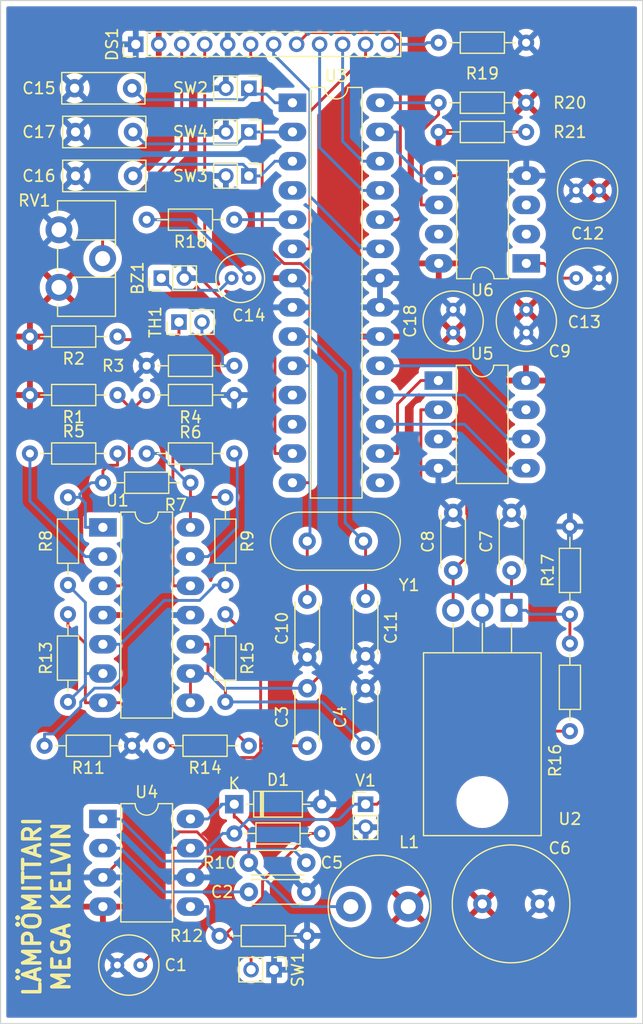
<source format=kicad_pcb>
(kicad_pcb (version 20211014) (generator pcbnew)
  (layers (0 "F.Cu" signal) (31 "B.Cu" signal) (34 "B.Paste" user) (35 "F.Paste" user) (36 "B.SilkS" user "B.Silkscreen") (37 "F.SilkS" user "F.Silkscreen") (38 "B.Mask" user) (39 "F.Mask" user) (44 "Edge.Cuts" user))
  (net 0 "")
  (net 1 "Net-(BZ1-Pad1)")
  (net 2 "GND")
  (net 3 "V_KÄYTTÖ")
  (net 4 "Net-(C2-Pad1)")
  (net 5 "Net-(C3-Pad1)")
  (net 6 "VAHVISTIN_LÄHTÖ")
  (net 7 "Net-(C4-Pad1)")
  (net 8 "Net-(C5-Pad1)")
  (net 9 "Net-(C5-Pad2)")
  (net 10 "VCC")
  (net 11 "Net-(C7-Pad1)")
  (net 12 "Net-(C8-Pad1)")
  (net 13 "XTAL_2")
  (net 14 "XTAL_1")
  (net 15 "Net-(C13-Pad2)")
  (net 16 "Net-(C14-Pad1)")
  (net 17 "SW_3")
  (net 18 "SW_2")
  (net 19 "SW_1")
  (net 20 "Net-(DS1-Pad3)")
  (net 21 "LCD_RS")
  (net 22 "LCD_CL")
  (net 23 "Net-(DS1-Pad12)")
  (net 27 "LCD_D4")
  (net 28 "LCD_D5")
  (net 29 "Net-(R1-Pad1)")
  (net 30 "Net-(R2-Pad1)")
  (net 31 "Net-(R3-Pad2)")
  (net 32 "Net-(R5-Pad1)")
  (net 33 "Net-(R5-Pad2)")
  (net 34 "Net-(R6-Pad1)")
  (net 35 "Net-(R6-Pad2)")
  (net 36 "Net-(R13-Pad1)")
  (net 37 "Net-(R11-Pad2)")
  (net 38 "Net-(R10-Pad2)")
  (net 39 "Net-(R13-Pad2)")
  (net 40 "BUZZER")
  (net 42 "SPI_SS")
  (net 43 "SPI_MOSI")
  (net 44 "SPI_MISO")
  (net 45 "SPI_SCK")
  (net 47 "LCD_AN")
  (net 50 "LCD_D6")
  (net 51 "LCD_D7")
  (net 52 "I2C_SDA")
  (net 53 "I2C_SCL")
  (footprint "Connector_PinHeader_2.00mm:PinHeader_1x02_P2.00mm_Vertical" (layer "F.Cu") (at 135.56 114.7 -90)
    (fp_text reference "SW1")
    (fp_text value "SW_SPST" hide)
  )
  (footprint "Capacitor_THT:C_Disc_D4.3mm_W1.9mm_P5.00mm" (layer "F.Cu") (at 151.145 80 90)
    (fp_text reference "C8")
    (fp_text value "10n" hide)
  )
  (footprint "Resistor_THT:R_Axial_DIN0204_L3.6mm_D1.6mm_P7.62mm_Horizontal" (layer "F.Cu") (at 161.305 93.97 90)
    (fp_text reference "R16")
    (fp_text value "5M" hide)
  )
  (footprint "Package_TO_SOT_THT:TO-220-3_Horizontal_TabDown" (layer "F.Cu") (at 156.225 83.47 180)
    (fp_text reference "U2")
    (fp_text value "uA7805" hide)
  )
  (footprint "Resistor_THT:R_Axial_DIN0204_L3.6mm_D1.6mm_P7.62mm_Horizontal" (layer "F.Cu") (at 157.495 39.36 180)
    (fp_text reference "R20")
    (fp_text value "4.7K" hide)
  )
  (footprint "Capacitor_THT:C_Rect_L7.0mm_W2.5mm_P5.00mm" (layer "F.Cu") (at 118.285 45.72)
    (fp_text reference "C16")
    (fp_text value "22n" hide)
  )
  (footprint "Resistor_THT:R_Axial_DIN0204_L3.6mm_D1.6mm_P7.62mm_Horizontal" (layer "F.Cu") (at 157.495 41.9 180)
    (fp_text reference "R21")
    (fp_text value "4.7K" hide)
  )
  (footprint "Resistor_THT:R_Axial_DIN0204_L3.6mm_D1.6mm_P7.62mm_Horizontal" (layer "F.Cu") (at 133.365 95.24 180)
    (fp_text reference "R14")
    (fp_text value "1M" hide)
  )
  (footprint "Resistor_THT:R_Axial_DIN0204_L3.6mm_D1.6mm_P7.62mm_Horizontal" (layer "F.Cu") (at 124.475 62.22)
    (fp_text reference "R3")
    (fp_text value "1.2k" hide)
  )
  (footprint "Capacitor_THT:C_Disc_D4.3mm_W1.9mm_P5.00mm" (layer "F.Cu") (at 156.225 80 90)
    (fp_text reference "C7")
    (fp_text value "10n" hide)
  )
  (footprint "Resistor_THT:R_Axial_DIN0204_L3.6mm_D1.6mm_P7.62mm_Horizontal" (layer "F.Cu") (at 157.495 34.14 180)
    (fp_text reference "R19")
    (fp_text value "220" hide)
  )
  (footprint "Capacitor_THT:C_Disc_D4.3mm_W1.9mm_P5.00mm" (layer "F.Cu") (at 138.445 87.54 90)
    (fp_text reference "C10")
    (fp_text value "22pF" hide)
  )
  (footprint "Capacitor_THT:C_Radial_D5.0mm_H7.0mm_P2.00mm" (layer "F.Cu") (at 121.92 114.3)
    (fp_text reference "C1")
    (fp_text value "47u" hide)
  )
  (footprint "Resistor_THT:R_Axial_DIN0204_L3.6mm_D1.6mm_P7.62mm_Horizontal" (layer "F.Cu") (at 131.325 83.81 -90)
    (fp_text reference "R15")
    (fp_text value "1M" hide)
  )
  (footprint "Resistor_THT:R_Axial_DIN0204_L3.6mm_D1.6mm_P7.62mm_Horizontal" (layer "F.Cu") (at 114.315 69.84)
    (fp_text reference "R5")
    (fp_text value "5.6k" hide)
  )
  (footprint "Connector_PinHeader_2.00mm:PinHeader_1x02_P2.00mm_Vertical" (layer "F.Cu") (at 133.365 41.9 -90)
    (fp_text reference "SW4")
    (fp_text value "SW_Push" hide)
  )
  (footprint "Resistor_THT:R_Axial_DIN0204_L3.6mm_D1.6mm_P7.62mm_Horizontal" (layer "F.Cu") (at 131.325 73.65 -90)
    (fp_text reference "R9")
    (fp_text value "8.2k" hide)
  )
  (footprint "Connector_PinHeader_2.00mm:PinHeader_1x02_P2.00mm_Vertical" (layer "F.Cu") (at 133.365 38.1 -90)
    (fp_text reference "SW2")
    (fp_text value "SW_Push" hide)
  )
  (footprint "Connector_PinHeader_2.00mm:PinHeader_1x02_P2.00mm_Vertical" (layer "F.Cu") (at 125.745 54.6 90)
    (fp_text reference "BZ1")
    (fp_text value "Buzzer" hide)
  )
  (footprint "Package_DIP:DIP-8_W7.62mm_LongPads" (layer "F.Cu") (at 120.665 101.6)
    (fp_text reference "U4")
    (fp_text value "MAX5033B" hide)
  )
  (footprint "Package_DIP:DIP-8_W7.62mm_LongPads" (layer "F.Cu") (at 157.51 53.32 180)
    (fp_text reference "U6")
    (fp_text value "47C16" hide)
  )
  (footprint "Capacitor_THT:C_Disc_D4.3mm_W1.9mm_P5.00mm" (layer "F.Cu") (at 133.365 105.4)
    (fp_text reference "C5")
    (fp_text value "100n" hide)
  )
  (footprint "Connector_PinHeader_2.00mm:PinHeader_1x02_P2.00mm_Vertical" (layer "F.Cu") (at 143.525 100.32)
    (fp_text reference "V1")
    (fp_text value "12V" hide)
  )
  (footprint "Capacitor_THT:C_Radial_D10.0mm_H16.0mm_P5.00mm" (layer "F.Cu") (at 153.685 108.98)
    (fp_text reference "C6")
    (fp_text value "1m" hide)
  )
  (footprint "Resistor_THT:R_Axial_DIN0204_L3.6mm_D1.6mm_P7.62mm_Horizontal" (layer "F.Cu") (at 128.285 72.38 180)
    (fp_text reference "R7")
    (fp_text value "680" hide)
  )
  (footprint "Resistor_THT:R_Axial_DIN0204_L3.6mm_D1.6mm_P7.62mm_Horizontal" (layer "F.Cu") (at 121.935 59.68 180)
    (fp_text reference "R2")
    (fp_text value "3.3k" hide)
  )
  (footprint "Inductor_THT:L_Radial_D8.7mm_P5.00mm_Fastron_07HCP" (layer "F.Cu") (at 142.24 109.22)
    (fp_text reference "L1")
    (fp_text value "220u" hide)
  )
  (footprint "Capacitor_THT:C_Disc_D4.3mm_W1.9mm_P5.00mm" (layer "F.Cu") (at 143.525 82.46 -90)
    (fp_text reference "C11")
    (fp_text value "22pF" hide)
  )
  (footprint "Capacitor_THT:C_Radial_D5.0mm_H7.0mm_P2.00mm" (layer "F.Cu") (at 163.845 46.98 180)
    (fp_text reference "C12")
    (fp_text value "22u" hide)
  )
  (footprint "Resistor_THT:R_Axial_DIN0204_L3.6mm_D1.6mm_P7.62mm_Horizontal" (layer "F.Cu") (at 130.81 111.76)
    (fp_text reference "R12")
    (fp_text value "1k" hide)
  )
  (footprint "Resistor_THT:R_Axial_DIN0204_L3.6mm_D1.6mm_P7.62mm_Horizontal" (layer "F.Cu") (at 132.095 102.86)
    (fp_text reference "R10")
    (fp_text value "1k" hide)
  )
  (footprint "Connector_PinHeader_2.00mm:PinHeader_1x02_P2.00mm_Vertical" (layer "F.Cu") (at 133.365 45.72 -90)
    (fp_text reference "SW3")
    (fp_text value "SW_Push" hide)
  )
  (footprint "Capacitor_THT:C_Radial_D5.0mm_H7.0mm_P2.00mm" (layer "F.Cu") (at 151.145 57.34 -90)
    (fp_text reference "C18")
    (fp_text value "22u" hide)
  )
  (footprint "Resistor_THT:R_Axial_DIN0204_L3.6mm_D1.6mm_P7.62mm_Horizontal" (layer "F.Cu") (at 124.475 64.76)
    (fp_text reference "R4")
    (fp_text value "150k" hide)
  )
  (footprint "Crystal:Crystal_HC18-U_Vertical" (layer "F.Cu") (at 138.445 77.46)
    (fp_text reference "Y1")
    (fp_text value "16MHz" hide)
  )
  (footprint "Connector_PinHeader_2.00mm:PinHeader_1x02_P2.00mm_Vertical" (layer "F.Cu") (at 127.285 58.42 90)
    (fp_text reference "TH1")
    (fp_text value "PT100" hide)
  )
  (footprint "Resistor_THT:R_Axial_DIN0204_L3.6mm_D1.6mm_P7.62mm_Horizontal" (layer "F.Cu") (at 132.095 69.84 180)
    (fp_text reference "R6")
    (fp_text value "5.6k" hide)
  )
  (footprint "Resistor_THT:R_Axial_DIN0204_L3.6mm_D1.6mm_P7.62mm_Horizontal" (layer "F.Cu") (at 123.205 95.24 180)
    (fp_text reference "R11")
    (fp_text value "33k" hide)
  )
  (footprint "Resistor_THT:R_Axial_DIN0204_L3.6mm_D1.6mm_P7.62mm_Horizontal" (layer "F.Cu") (at 117.625 81.27 90)
    (fp_text reference "R8")
    (fp_text value "8.2k" hide)
  )
  (footprint "Capacitor_THT:C_Radial_D5.0mm_H7.0mm_P2.00mm" (layer "F.Cu") (at 157.515 57.34 -90)
    (fp_text reference "C9")
    (fp_text value "22u" hide)
  )
  (footprint "Package_DIP:DIP-8_W7.62mm_LongPads" (layer "F.Cu") (at 149.86 63.5)
    (fp_text reference "U5")
    (fp_text value "MCP3202" hide)
  )
  (footprint "Resistor_THT:R_Axial_DIN0204_L3.6mm_D1.6mm_P7.62mm_Horizontal" (layer "F.Cu") (at 121.935 64.76 180)
    (fp_text reference "R1")
    (fp_text value "390k" hide)
  )
  (footprint "Package_DIP:DIP-28_W7.62mm_LongPads" (layer "F.Cu") (at 137.16 39.36)
    (fp_text reference "U3")
    (fp_text value "ATmega328P" hide)
  )
  (footprint "Capacitor_THT:C_Radial_D4.0mm_H5.0mm_P1.50mm" (layer "F.Cu") (at 133.365 54.6 180)
    (fp_text reference "C14")
    (fp_text value "1u" hide)
  )
  (footprint "Capacitor_THT:C_Radial_D5.0mm_H7.0mm_P2.00mm" (layer "F.Cu") (at 163.845 54.6 180)
    (fp_text reference "C13")
    (fp_text value "22u" hide)
  )
  (footprint "Capacitor_THT:C_Rect_L7.0mm_W2.5mm_P5.00mm" (layer "F.Cu") (at 118.285 41.9)
    (fp_text reference "C17")
    (fp_text value "22n" hide)
  )
  (footprint "Potentiometer_THT:Potentiometer_ACP_CA9-H3,8_Horizontal" (layer "F.Cu") (at 116.84 50.4)
    (fp_text reference "RV1")
    (fp_text value "10k" hide)
  )
  (footprint "Package_DIP:DIP-14_W7.62mm_LongPads" (layer "F.Cu") (at 120.665 76.26)
    (fp_text reference "U1")
    (fp_text value "LM324" hide)
  )
  (footprint "Resistor_THT:R_Axial_DIN0204_L3.6mm_D1.6mm_P7.62mm_Horizontal" (layer "F.Cu") (at 117.625 91.43 90)
    (fp_text reference "R13")
    (fp_text value "33k")
  )
  (footprint "Connector_PinHeader_2.00mm:PinHeader_1x12_P2.00mm_Vertical" (layer "F.Cu") (at 123.525 34.28 90)
    (fp_text reference "DS1")
    (fp_text value "MC21605H6W" hide)
  )
  (footprint "Capacitor_THT:C_Rect_L7.0mm_W2.5mm_P5.00mm" (layer "F.Cu") (at 118.205 38.1)
    (fp_text reference "C15")
    (fp_text value "22n" hide)
  )
  (footprint "Capacitor_THT:C_Disc_D4.3mm_W1.9mm_P5.00mm" (layer "F.Cu") (at 143.525 95.24 90)
    (fp_text reference "C4")
    (fp_text value "10n" hide)
  )
  (footprint "Capacitor_THT:C_Disc_D4.3mm_W1.9mm_P5.00mm" (layer "F.Cu") (at 133.365 107.94)
    (fp_text reference "C2")
    (fp_text value "100n" hide)
  )
  (footprint "Diode_THT:D_DO-35_SOD27_P7.62mm_Horizontal" (layer "F.Cu") (at 132.095 100.32)
    (fp_text reference "D1")
    (fp_text value "1N4148" hide)
  )
  (footprint "Resistor_THT:R_Axial_DIN0204_L3.6mm_D1.6mm_P7.62mm_Horizontal" (layer "F.Cu") (at 161.305 83.81 90)
    (fp_text reference "R17")
    (fp_text value "1M" hide)
  )
  (footprint "Resistor_THT:R_Axial_DIN0204_L3.6mm_D1.6mm_P7.62mm_Horizontal" (layer "F.Cu") (at 132.095 49.52 180)
    (fp_text reference "R18")
    (fp_text value "100")
  )
  (footprint "Capacitor_THT:C_Disc_D4.3mm_W1.9mm_P5.00mm" (layer "F.Cu") (at 138.445 95.24 90)
    (fp_text reference "C3")
    (fp_text value "20n" hide)
  )
  (gr_rect (start 111.76 30.48) (end 167.64 119.38) (layer "Edge.Cuts") (width 0.1) (fill none))
  (gr_text "LÄMPÖMITTARI" (at 114.5 109.22 90) (layer "F.SilkS") (effects (font (size 1.5 1.5) (thickness 0.3))))
  (gr_text "MEGA KELVIN" (at 117.04 109.22 90) (layer "F.SilkS") (effects (font (size 1.5 1.5) (thickness 0.3))))
  (segment (start 130.8068 55.6582) (end 126.8032 55.6582) (width 0.25) (layer "B.Cu") (net 1))
  (segment (start 126.8032 55.6582) (end 125.745 54.6) (width 0.25) (layer "B.Cu") (net 1))
  (segment (start 131.865 54.6) (end 130.8068 55.6582) (width 0.25) (layer "B.Cu") (net 1))
  (segment (start 129.80952 103.674209) (end 128.859831 102.72452) (width 0.25) (layer "F.Cu") (net 2))
  (segment (start 124.62048 102.72452) (end 120.665 106.68) (width 0.25) (layer "F.Cu") (net 2))
  (segment (start 129.80952 105.15548) (end 129.80952 103.674209) (width 0.25) (layer "F.Cu") (net 2))
  (segment (start 128.859831 102.72452) (end 124.62048 102.72452) (width 0.25) (layer "F.Cu") (net 2))
  (segment (start 128.285 106.68) (end 129.80952 105.15548) (width 0.25) (layer "F.Cu") (net 2))
  (segment (start 144.5253 100.32) (end 150.8753 93.97) (width 0.25) (layer "F.Cu") (net 3))
  (segment (start 143.525 100.32) (end 144.5253 100.32) (width 0.25) (layer "F.Cu") (net 3))
  (segment (start 126.7597 111.4603) (end 123.92 114.3) (width 0.25) (layer "F.Cu") (net 3))
  (segment (start 150.8753 93.97) (end 161.305 93.97) (width 0.25) (layer "F.Cu") (net 3))
  (segment (start 128.285 104.14) (end 126.7597 104.14) (width 0.25) (layer "F.Cu") (net 3))
  (segment (start 126.7597 104.14) (end 126.7597 111.4603) (width 0.25) (layer "F.Cu") (net 3))
  (segment (start 143.525 100.32) (end 142.5247 100.32) (width 0.25) (layer "B.Cu") (net 3))
  (segment (start 128.285 104.14) (end 129.8103 104.14) (width 0.25) (layer "B.Cu") (net 3))
  (segment (start 129.8103 104.14) (end 131.0903 102.86) (width 0.25) (layer "B.Cu") (net 3))
  (segment (start 131.0903 102.86) (end 132.095 102.86) (width 0.25) (layer "B.Cu") (net 3))
  (segment (start 132.095 102.86) (end 133.3054 101.6496) (width 0.25) (layer "B.Cu") (net 3))
  (segment (start 133.3054 101.6496) (end 141.1951 101.6496) (width 0.25) (layer "B.Cu") (net 3))
  (segment (start 141.1951 101.6496) (end 142.5247 100.32) (width 0.25) (layer "B.Cu") (net 3))
  (segment (start 125.9903 107.94) (end 122.1903 104.14) (width 0.25) (layer "B.Cu") (net 4))
  (segment (start 133.365 107.94) (end 125.9903 107.94) (width 0.25) (layer "B.Cu") (net 4))
  (segment (start 120.665 104.14) (end 122.1903 104.14) (width 0.25) (layer "B.Cu") (net 4))
  (segment (start 133.8778 96.2653) (end 127.7956 96.2653) (width 0.25) (layer "F.Cu") (net 5))
  (segment (start 134.3904 95.7527) (end 133.8778 96.2653) (width 0.25) (layer "F.Cu") (net 5))
  (segment (start 131.325 83.81) (end 134.3904 86.8754) (width 0.25) (layer "F.Cu") (net 5))
  (segment (start 127.7956 96.2653) (end 126.7703 95.24) (width 0.25) (layer "F.Cu") (net 5))
  (segment (start 134.3904 95.24) (end 134.3904 95.7527) (width 0.25) (layer "F.Cu") (net 5))
  (segment (start 125.745 95.24) (end 126.7703 95.24) (width 0.25) (layer "F.Cu") (net 5))
  (segment (start 134.3904 86.8754) (end 134.3904 95.24) (width 0.25) (layer "F.Cu") (net 5))
  (segment (start 138.445 95.24) (end 134.3904 95.24) (width 0.25) (layer "F.Cu") (net 5))
  (segment (start 149.86 66.04) (end 148.3347 66.04) (width 0.25) (layer "F.Cu") (net 6))
  (segment (start 148.3347 66.04) (end 148.3347 80.3503) (width 0.25) (layer "F.Cu") (net 6))
  (segment (start 148.3347 80.3503) (end 138.445 90.24) (width 0.25) (layer "F.Cu") (net 6))
  (segment (start 128.285 88.96) (end 128.285 91.5) (width 0.25) (layer "F.Cu") (net 6))
  (segment (start 138.445 90.24) (end 131.0903 90.24) (width 0.25) (layer "B.Cu") (net 6))
  (segment (start 128.285 88.96) (end 129.8103 88.96) (width 0.25) (layer "B.Cu") (net 6))
  (segment (start 131.0903 90.24) (end 129.8103 88.96) (width 0.25) (layer "B.Cu") (net 6))
  (segment (start 131.325 91.43) (end 131.325 90.4047) (width 0.25) (layer "F.Cu") (net 7))
  (segment (start 129.8103 86.42) (end 129.8103 88.89) (width 0.25) (layer "F.Cu") (net 7))
  (segment (start 128.285 86.42) (end 129.8103 86.42) (width 0.25) (layer "F.Cu") (net 7))
  (segment (start 129.8103 88.89) (end 131.325 90.4047) (width 0.25) (layer "F.Cu") (net 7))
  (segment (start 139.715 91.43) (end 131.325 91.43) (width 0.25) (layer "B.Cu") (net 7))
  (segment (start 143.525 95.24) (end 139.715 91.43) (width 0.25) (layer "B.Cu") (net 7))
  (segment (start 133.365 102.5746) (end 132.2357 101.4453) (width 0.25) (layer "F.Cu") (net 8))
  (segment (start 132.2357 101.4453) (end 132.095 101.4453) (width 0.25) (layer "F.Cu") (net 8))
  (segment (start 133.365 105.4) (end 133.365 102.5746) (width 0.25) (layer "F.Cu") (net 8))
  (segment (start 132.095 100.32) (end 132.095 101.4453) (width 0.25) (layer "F.Cu") (net 8))
  (segment (start 137.185 109.22) (end 133.365 105.4) (width 0.25) (layer "B.Cu") (net 8))
  (segment (start 128.285 101.6) (end 129.8103 101.6) (width 0.25) (layer "B.Cu") (net 8))
  (segment (start 142.24 109.22) (end 137.185 109.22) (width 0.25) (layer "B.Cu") (net 8))
  (segment (start 130.9697 100.32) (end 130.9697 100.4406) (width 0.25) (layer "B.Cu") (net 8))
  (segment (start 130.9697 100.4406) (end 129.8103 101.6) (width 0.25) (layer "B.Cu") (net 8))
  (segment (start 132.095 100.32) (end 130.9697 100.32) (width 0.25) (layer "B.Cu") (net 8))
  (segment (start 129.3599 105.2653) (end 125.8556 105.2653) (width 0.25) (layer "B.Cu") (net 9))
  (segment (start 138.365 105.4) (end 137.2174 104.2524) (width 0.25) (layer "B.Cu") (net 9))
  (segment (start 130.3728 104.2524) (end 129.3599 105.2653) (width 0.25) (layer "B.Cu") (net 9))
  (segment (start 120.665 101.6) (end 122.1903 101.6) (width 0.25) (layer "B.Cu") (net 9))
  (segment (start 125.8556 105.2653) (end 122.1903 101.6) (width 0.25) (layer "B.Cu") (net 9))
  (segment (start 137.2174 104.2524) (end 130.3728 104.2524) (width 0.25) (layer "B.Cu") (net 9))
  (segment (start 144.78 59.68) (end 142.24 59.68) (width 0.25) (layer "B.Cu") (net 10))
  (segment (start 142.24 59.68) (end 137.16 54.6) (width 0.25) (layer "B.Cu") (net 10))
  (segment (start 161.305 83.81) (end 161.305 86.35) (width 0.25) (layer "F.Cu") (net 11))
  (segment (start 156.225 80) (end 156.225 83.47) (width 0.25) (layer "F.Cu") (net 11))
  (segment (start 161.305 83.81) (end 157.8428 83.81) (width 0.25) (layer "B.Cu") (net 11))
  (segment (start 157.8428 83.81) (end 157.5028 83.47) (width 0.25) (layer "B.Cu") (net 11))
  (segment (start 156.225 83.47) (end 157.5028 83.47) (width 0.25) (layer "B.Cu") (net 11))
  (segment (start 152.3282 78.8168) (end 151.145 80) (width 0.25) (layer "F.Cu") (net 12))
  (segment (start 152.3282 69.5229) (end 152.3282 78.8168) (width 0.25) (layer "F.Cu") (net 12))
  (segment (start 149.86 68.58) (end 151.3853 68.58) (width 0.25) (layer "F.Cu") (net 12))
  (segment (start 151.145 83.47) (end 151.145 80) (width 0.25) (layer "F.Cu") (net 12))
  (segment (start 151.3853 68.58) (end 152.3282 69.5229) (width 0.25) (layer "F.Cu") (net 12))
  (segment (start 138.445 77.46) (end 138.445 82.54) (width 0.25) (layer "F.Cu") (net 13))
  (segment (start 138.6853 62.22) (end 138.6853 77.2197) (width 0.25) (layer "B.Cu") (net 13))
  (segment (start 138.6853 77.2197) (end 138.445 77.46) (width 0.25) (layer "B.Cu") (net 13))
  (segment (start 137.16 62.22) (end 138.6853 62.22) (width 0.25) (layer "B.Cu") (net 13))
  (segment (start 143.525 77.64) (end 143.525 82.46) (width 0.25) (layer "F.Cu") (net 14))
  (segment (start 143.345 77.46) (end 143.525 77.64) (width 0.25) (layer "F.Cu") (net 14))
  (segment (start 138.6853 59.68) (end 141.7443 62.739) (width 0.25) (layer "B.Cu") (net 14))
  (segment (start 137.16 59.68) (end 138.6853 59.68) (width 0.25) (layer "B.Cu") (net 14))
  (segment (start 141.7443 75.8593) (end 143.345 77.46) (width 0.25) (layer "B.Cu") (net 14))
  (segment (start 141.7443 62.739) (end 141.7443 75.8593) (width 0.25) (layer "B.Cu") (net 14))
  (segment (start 159.0353 53.32) (end 160.3153 54.6) (width 0.25) (layer "F.Cu") (net 15))
  (segment (start 160.3153 54.6) (end 161.845 54.6) (width 0.25) (layer "F.Cu") (net 15))
  (segment (start 157.51 53.32) (end 159.0353 53.32) (width 0.25) (layer "F.Cu") (net 15))
  (segment (start 128.285 49.52) (end 133.365 54.6) (width 0.25) (layer "B.Cu") (net 16))
  (segment (start 124.475 49.52) (end 128.285 49.52) (width 0.25) (layer "B.Cu") (net 16))
  (segment (start 124.2072 39.1022) (end 132.8639 39.1022) (width 0.25) (layer "B.Cu") (net 17))
  (segment (start 137.16 39.36) (end 135.6347 39.36) (width 0.25) (layer "B.Cu") (net 17))
  (segment (start 133.365 38.6011) (end 134.8758 38.6011) (width 0.25) (layer "B.Cu") (net 17))
  (segment (start 133.365 38.6011) (end 133.365 38.1) (width 0.25) (layer "B.Cu") (net 17))
  (segment (start 132.8639 39.1022) (end 133.365 38.6011) (width 0.25) (layer "B.Cu") (net 17))
  (segment (start 123.205 38.1) (end 124.2072 39.1022) (width 0.25) (layer "B.Cu") (net 17))
  (segment (start 134.8758 38.6011) (end 135.6347 39.36) (width 0.25) (layer "B.Cu") (net 17))
  (segment (start 135.6347 44.44) (end 135.6347 44.4506) (width 0.25) (layer "B.Cu") (net 18))
  (segment (start 133.8652 45.72) (end 134.3653 45.72) (width 0.25) (layer "B.Cu") (net 18))
  (segment (start 135.6347 44.4506) (end 134.3653 45.72) (width 0.25) (layer "B.Cu") (net 18))
  (segment (start 133.8652 45.72) (end 132.8505 44.7053) (width 0.25) (layer "B.Cu") (net 18))
  (segment (start 137.16 44.44) (end 135.6347 44.44) (width 0.25) (layer "B.Cu") (net 18))
  (segment (start 124.2997 44.7053) (end 123.285 45.72) (width 0.25) (layer "B.Cu") (net 18))
  (segment (start 132.8505 44.7053) (end 124.2997 44.7053) (width 0.25) (layer "B.Cu") (net 18))
  (segment (start 133.365 45.72) (end 133.8652 45.72) (width 0.25) (layer "B.Cu") (net 18))
  (segment (start 132.3253 42.9397) (end 133.365 41.9) (width 0.25) (layer "B.Cu") (net 19))
  (segment (start 123.285 41.9) (end 124.3247 42.9397) (width 0.25) (layer "B.Cu") (net 19))
  (segment (start 137.16 41.9) (end 135.6347 41.9) (width 0.25) (layer "B.Cu") (net 19))
  (segment (start 124.3247 42.9397) (end 132.3253 42.9397) (width 0.25) (layer "B.Cu") (net 19))
  (segment (start 133.365 41.9) (end 135.6347 41.9) (width 0.25) (layer "B.Cu") (net 19))
  (segment (start 127.525 34.28) (end 127.525 43.4007) (width 0.25) (layer "F.Cu") (net 20))
  (segment (start 127.525 43.4007) (end 120.64 50.2857) (width 0.25) (layer "F.Cu") (net 20))
  (segment (start 120.64 50.2857) (end 120.64 52.9) (width 0.25) (layer "F.Cu") (net 20))
  (segment (start 129.525 34.28) (end 129.525 54.9764) (width 0.25) (layer "F.Cu") (net 21))
  (segment (start 137.16 69.84) (end 135.6347 69.84) (width 0.25) (layer "F.Cu") (net 21))
  (segment (start 135.6347 61.0861) (end 135.6347 69.84) (width 0.25) (layer "F.Cu") (net 21))
  (segment (start 129.525 54.9764) (end 135.6347 61.0861) (width 0.25) (layer "F.Cu") (net 21))
  (segment (start 137.16 72.38) (end 138.6853 72.38) (width 0.25) (layer "F.Cu") (net 22))
  (segment (start 133.525 35.2803) (end 134.5253 36.2806) (width 0.25) (layer "F.Cu") (net 22))
  (segment (start 138.6853 54.1331) (end 138.6853 72.38) (width 0.25) (layer "F.Cu") (net 22))
  (segment (start 133.525 34.28) (end 133.525 35.2803) (width 0.25) (layer "F.Cu") (net 22))
  (segment (start 134.5253 36.2806) (end 134.5253 51.4294) (width 0.25) (layer "F.Cu") (net 22))
  (segment (start 134.5253 51.4294) (end 136.4259 53.33) (width 0.25) (layer "F.Cu") (net 22))
  (segment (start 136.4259 53.33) (end 137.8822 53.33) (width 0.25) (layer "F.Cu") (net 22))
  (segment (start 137.8822 53.33) (end 138.6853 54.1331) (width 0.25) (layer "F.Cu") (net 22))
  (segment (start 145.525 34.28) (end 148.7097 34.28) (width 0.25) (layer "B.Cu") (net 23))
  (segment (start 149.875 34.14) (end 148.8497 34.14) (width 0.25) (layer "B.Cu") (net 23))
  (segment (start 148.7097 34.28) (end 148.8497 34.14) (width 0.25) (layer "B.Cu") (net 23))
  (segment (start 138.6854 47.4907) (end 143.2547 52.06) (width 0.25) (layer "B.Cu") (net 27))
  (segment (start 135.65 35.2803) (end 138.6854 38.3157) (width 0.25) (layer "B.Cu") (net 27))
  (segment (start 135.525 34.28) (end 135.525 35.2803) (width 0.25) (layer "B.Cu") (net 27))
  (segment (start 138.6854 38.3157) (end 138.6854 47.4907) (width 0.25) (layer "B.Cu") (net 27))
  (segment (start 144.78 52.06) (end 143.2547 52.06) (width 0.25) (layer "B.Cu") (net 27))
  (segment (start 135.525 35.2803) (end 135.65 35.2803) (width 0.25) (layer "B.Cu") (net 27))
  (segment (start 146.551 33.8209) (end 146.551 49.2743) (width 0.25) (layer "F.Cu") (net 28))
  (segment (start 138.546 33.259) (end 145.9891 33.259) (width 0.25) (layer "F.Cu") (net 28))
  (segment (start 137.525 34.28) (end 138.546 33.259) (width 0.25) (layer "F.Cu") (net 28))
  (segment (start 146.551 49.2743) (end 146.3053 49.52) (width 0.25) (layer "F.Cu") (net 28))
  (segment (start 144.78 49.52) (end 146.3053 49.52) (width 0.25) (layer "F.Cu") (net 28))
  (segment (start 145.9891 33.259) (end 146.551 33.8209) (width 0.25) (layer "F.Cu") (net 28))
  (segment (start 120.665 81.34) (end 122.1903 81.34) (width 0.25) (layer "F.Cu") (net 29))
  (segment (start 122.9669 65.7919) (end 123.4431 65.7919) (width 0.25) (layer "F.Cu") (net 29))
  (segment (start 122.1903 81.34) (end 122.9669 80.5634) (width 0.25) (layer "F.Cu") (net 29))
  (segment (start 122.9669 65.7919) (end 121.935 64.76) (width 0.25) (layer "F.Cu") (net 29))
  (segment (start 123.4431 65.7919) (end 124.475 64.76) (width 0.25) (layer "F.Cu") (net 29))
  (segment (start 122.9669 80.5634) (end 122.9669 65.7919) (width 0.25) (layer "F.Cu") (net 29))
  (segment (start 126.7597 59.9456) (end 122.2006 59.9456) (width 0.25) (layer "F.Cu") (net 30))
  (segment (start 127.285 58.42) (end 127.285 59.4203) (width 0.25) (layer "F.Cu") (net 30))
  (segment (start 122.2006 59.9456) (end 121.935 59.68) (width 0.25) (layer "F.Cu") (net 30))
  (segment (start 126.7597 81.34) (end 126.7597 59.9456) (width 0.25) (layer "F.Cu") (net 30))
  (segment (start 126.7597 59.9456) (end 127.285 59.4203) (width 0.25) (layer "F.Cu") (net 30))
  (segment (start 128.285 81.34) (end 126.7597 81.34) (width 0.25) (layer "F.Cu") (net 30))
  (segment (start 132.095 62.22) (end 131.0697 62.22) (width 0.25) (layer "B.Cu") (net 31))
  (segment (start 129.285 58.42) (end 129.285 59.4203) (width 0.25) (layer "B.Cu") (net 31))
  (segment (start 129.285 59.4203) (end 131.0697 61.205) (width 0.25) (layer "B.Cu") (net 31))
  (segment (start 131.0697 61.205) (end 131.0697 62.22) (width 0.25) (layer "B.Cu") (net 31))
  (segment (start 114.315 73.9753) (end 114.315 69.84) (width 0.25) (layer "B.Cu") (net 32))
  (segment (start 119.1397 78.8) (end 114.315 73.9753) (width 0.25) (layer "B.Cu") (net 32))
  (segment (start 120.665 78.8) (end 119.1397 78.8) (width 0.25) (layer "B.Cu") (net 32))
  (segment (start 120.665 72.38) (end 120.665 71.3547) (width 0.25) (layer "F.Cu") (net 33))
  (segment (start 121.1544 70.8653) (end 121.935 70.8653) (width 0.25) (layer "F.Cu") (net 33))
  (segment (start 121.935 69.84) (end 121.935 70.8653) (width 0.25) (layer "F.Cu") (net 33))
  (segment (start 120.665 71.3547) (end 121.1544 70.8653) (width 0.25) (layer "F.Cu") (net 33))
  (segment (start 119.1397 76.26) (end 119.1397 74.1394) (width 0.25) (layer "B.Cu") (net 33))
  (segment (start 118.6503 73.65) (end 118.6503 73.3694) (width 0.25) (layer "B.Cu") (net 33))
  (segment (start 120.665 72.38) (end 119.6397 72.38) (width 0.25) (layer "B.Cu") (net 33))
  (segment (start 120.665 76.26) (end 119.1397 76.26) (width 0.25) (layer "B.Cu") (net 33))
  (segment (start 118.6503 73.3694) (end 119.6397 72.38) (width 0.25) (layer "B.Cu") (net 33))
  (segment (start 119.1397 74.1394) (end 118.6503 73.65) (width 0.25) (layer "B.Cu") (net 33))
  (segment (start 117.625 73.65) (end 118.6503 73.65) (width 0.25) (layer "B.Cu") (net 33))
  (segment (start 132.3568 70.1018) (end 132.095 69.84) (width 0.25) (layer "B.Cu") (net 34))
  (segment (start 129.8103 78.8) (end 132.3568 76.2535) (width 0.25) (layer "B.Cu") (net 34))
  (segment (start 132.3568 76.2535) (end 132.3568 70.1018) (width 0.25) (layer "B.Cu") (net 34))
  (segment (start 128.285 78.8) (end 129.8103 78.8) (width 0.25) (layer "B.Cu") (net 34))
  (segment (start 128.285 73.65) (end 128.285 72.38) (width 0.25) (layer "F.Cu") (net 35))
  (segment (start 128.285 73.65) (end 131.325 73.65) (width 0.25) (layer "F.Cu") (net 35))
  (segment (start 128.285 76.26) (end 128.285 73.65) (width 0.25) (layer "F.Cu") (net 35))
  (segment (start 125.5003 69.84) (end 128.0403 72.38) (width 0.25) (layer "B.Cu") (net 35))
  (segment (start 128.0403 72.38) (end 128.285 72.38) (width 0.25) (layer "B.Cu") (net 35))
  (segment (start 124.475 69.84) (end 125.5003 69.84) (width 0.25) (layer "B.Cu") (net 35))
  (segment (start 119.1397 88.96) (end 119.1397 82.7847) (width 0.25) (layer "B.Cu") (net 36))
  (segment (start 119.2523 88.96) (end 119.1397 88.96) (width 0.25) (layer "B.Cu") (net 36))
  (segment (start 119.1397 82.7847) (end 117.625 81.27) (width 0.25) (layer "B.Cu") (net 36))
  (segment (start 117.625 91.43) (end 119.1397 89.9153) (width 0.25) (layer "B.Cu") (net 36))
  (segment (start 119.1397 89.9153) (end 119.1397 88.96) (width 0.25) (layer "B.Cu") (net 36))
  (segment (start 120.665 88.96) (end 119.2523 88.96) (width 0.25) (layer "B.Cu") (net 36))
  (segment (start 120.665 86.42) (end 122.1903 86.42) (width 0.25) (layer "B.Cu") (net 37))
  (segment (start 121.4267 90.23) (end 122.1903 89.4664) (width 0.25) (layer "B.Cu") (net 37))
  (segment (start 115.585 95.24) (end 115.585 94.2147) (width 0.25) (layer "B.Cu") (net 37))
  (segment (start 122.1903 86.42) (end 126.0003 82.61) (width 0.25) (layer "B.Cu") (net 37))
  (segment (start 129.0879 82.61) (end 130.2997 81.3982) (width 0.25) (layer "B.Cu") (net 37))
  (segment (start 118.7357 91.841) (end 118.7357 91.4273) (width 0.25) (layer "B.Cu") (net 37))
  (segment (start 116.362 94.2147) (end 118.7357 91.841) (width 0.25) (layer "B.Cu") (net 37))
  (segment (start 118.7357 91.4273) (end 119.933 90.23) (width 0.25) (layer "B.Cu") (net 37))
  (segment (start 122.1903 89.4664) (end 122.1903 86.42) (width 0.25) (layer "B.Cu") (net 37))
  (segment (start 119.933 90.23) (end 121.4267 90.23) (width 0.25) (layer "B.Cu") (net 37))
  (segment (start 126.0003 82.61) (end 129.0879 82.61) (width 0.25) (layer "B.Cu") (net 37))
  (segment (start 130.2997 81.3982) (end 130.2997 81.27) (width 0.25) (layer "B.Cu") (net 37))
  (segment (start 131.325 81.27) (end 130.2997 81.27) (width 0.25) (layer "B.Cu") (net 37))
  (segment (start 115.585 94.2147) (end 116.362 94.2147) (width 0.25) (layer "B.Cu") (net 37))
  (segment (start 131.413 111.5527) (end 131.2057 111.76) (width 0.25) (layer "F.Cu") (net 38))
  (segment (start 138.6897 102.86) (end 134.5596 106.9901) (width 0.25) (layer "F.Cu") (net 38))
  (segment (start 134.5596 106.9901) (end 134.5596 108.4061) (width 0.25) (layer "F.Cu") (net 38))
  (segment (start 131.413 111.5527) (end 133.56 113.6997) (width 0.25) (layer "F.Cu") (net 38))
  (segment (start 134.5596 108.4061) (end 131.413 111.5527) (width 0.25) (layer "F.Cu") (net 38))
  (segment (start 139.715 102.86) (end 138.6897 102.86) (width 0.25) (layer "F.Cu") (net 38))
  (segment (start 133.56 114.7) (end 133.56 113.6997) (width 0.25) (layer "F.Cu") (net 38))
  (segment (start 131.2057 111.76) (end 130.81 111.76) (width 0.25) (layer "F.Cu") (net 38))
  (segment (start 129.8103 110.7603) (end 130.81 111.76) (width 0.25) (layer "B.Cu") (net 38))
  (segment (start 129.8103 109.22) (end 129.8103 110.7603) (width 0.25) (layer "B.Cu") (net 38))
  (segment (start 128.285 109.22) (end 129.8103 109.22) (width 0.25) (layer "B.Cu") (net 38))
  (segment (start 122.1903 91.5) (end 123.7156 93.0253) (width 0.25) (layer "F.Cu") (net 39))
  (segment (start 117.625 83.81) (end 117.625 84.8353) (width 0.25) (layer "F.Cu") (net 39))
  (segment (start 131.1503 93.0253) (end 133.365 95.24) (width 0.25) (layer "F.Cu") (net 39))
  (segment (start 120.665 91.5) (end 119.1397 91.5) (width 0.25) (layer "F.Cu") (net 39))
  (segment (start 119.1397 86.35) (end 119.1397 91.5) (width 0.25) (layer "F.Cu") (net 39))
  (segment (start 123.7156 93.0253) (end 131.1503 93.0253) (width 0.25) (layer "F.Cu") (net 39))
  (segment (start 120.665 91.5) (end 122.1903 91.5) (width 0.25) (layer "F.Cu") (net 39))
  (segment (start 117.625 84.8353) (end 119.1397 86.35) (width 0.25) (layer "F.Cu") (net 39))
  (segment (start 132.095 49.52) (end 137.16 49.52) (width 0.25) (layer "B.Cu") (net 40))
  (segment (start 144.78 69.84) (end 146.3053 69.84) (width 0.25) (layer "F.Cu") (net 42))
  (segment (start 146.3053 65.5294) (end 148.3347 63.5) (width 0.25) (layer "F.Cu") (net 42))
  (segment (start 146.3053 69.84) (end 146.3053 65.5294) (width 0.25) (layer "F.Cu") (net 42))
  (segment (start 149.86 63.5) (end 148.3347 63.5) (width 0.25) (layer "F.Cu") (net 42))
  (segment (start 152.1347 67.3) (end 155.9547 71.12) (width 0.25) (layer "B.Cu") (net 43))
  (segment (start 157.48 71.12) (end 155.9547 71.12) (width 0.25) (layer "B.Cu") (net 43))
  (segment (start 144.78 67.3) (end 152.1347 67.3) (width 0.25) (layer "B.Cu") (net 43))
  (segment (start 152.1347 64.76) (end 155.9547 68.58) (width 0.25) (layer "B.Cu") (net 44))
  (segment (start 157.48 68.58) (end 155.9547 68.58) (width 0.25) (layer "B.Cu") (net 44))
  (segment (start 144.78 64.76) (end 152.1347 64.76) (width 0.25) (layer "B.Cu") (net 44))
  (segment (start 157.48 66.04) (end 155.9547 66.04) (width 0.25) (layer "B.Cu") (net 45))
  (segment (start 152.1347 62.22) (end 155.9547 66.04) (width 0.25) (layer "B.Cu") (net 45))
  (segment (start 144.78 62.22) (end 152.1347 62.22) (width 0.25) (layer "B.Cu") (net 45))
  (segment (start 138.6853 40.12) (end 138.6853 52.06) (width 0.25) (layer "F.Cu") (net 47))
  (segment (start 143.525 34.28) (end 143.525 35.2803) (width 0.25) (layer "F.Cu") (net 47))
  (segment (start 137.16 52.06) (end 138.6853 52.06) (width 0.25) (layer "F.Cu") (net 47))
  (segment (start 143.525 35.2803) (end 138.6853 40.12) (width 0.25) (layer "F.Cu") (net 47))
  (segment (start 144.78 46.98) (end 143.2547 46.98) (width 0.25) (layer "B.Cu") (net 50))
  (segment (start 139.525 43.2503) (end 143.2547 46.98) (width 0.25) (layer "B.Cu") (net 50))
  (segment (start 139.525 34.28) (end 139.525 43.2503) (width 0.25) (layer "B.Cu") (net 50))
  (segment (start 141.525 34.28) (end 141.525 42.7103) (width 0.25) (layer "B.Cu") (net 51))
  (segment (start 144.78 44.44) (end 143.2547 44.44) (width 0.25) (layer "B.Cu") (net 51))
  (segment (start 141.525 42.7103) (end 143.2547 44.44) (width 0.25) (layer "B.Cu") (net 51))
  (segment (start 149.89 45.7) (end 151.4153 45.7) (width 0.25) (layer "F.Cu") (net 52))
  (segment (start 155.2153 41.9) (end 157.495 41.9) (width 0.25) (layer "F.Cu") (net 52))
  (segment (start 151.4153 45.7) (end 155.2153 41.9) (width 0.25) (layer "F.Cu") (net 52))
  (segment (start 146.3053 43.6406) (end 148.3647 45.7) (width 0.25) (layer "B.Cu") (net 52))
  (segment (start 149.89 45.7) (end 148.3647 45.7) (width 0.25) (layer "B.Cu") (net 52))
  (segment (start 144.78 41.9) (end 146.3053 41.9) (width 0.25) (layer "B.Cu") (net 52))
  (segment (start 146.3053 41.9) (end 146.3053 43.6406) (width 0.25) (layer "B.Cu") (net 52))
  (segment (start 149.89 48.24) (end 148.3647 48.24) (width 0.25) (layer "F.Cu") (net 53))
  (segment (start 148.3647 41.8956) (end 148.3647 48.24) (width 0.25) (layer "F.Cu") (net 53))
  (segment (start 149.875 39.36) (end 149.875 40.3853) (width 0.25) (layer "F.Cu") (net 53))
  (segment (start 149.875 40.3853) (end 148.3647 41.8956) (width 0.25) (layer "F.Cu") (net 53))
  (segment (start 144.78 39.36) (end 149.875 39.36) (width 0.25) (layer "B.Cu") (net 53))
  (zone (net 10) (net_name "VCC") (layer "F.Cu") (connect_pads (clearance 0.508)) (min_thickness 0.254) (fill yes (thermal_gap 0.508) (thermal_bridge_width 0.508))
    (polygon (pts (xy 167.64 119.38) (xy 111.76 119.38) (xy 111.76 30.48) (xy 167.64 30.48)))
  )
  (zone (net 2) (net_name "GND") (layer "B.Cu") (connect_pads (clearance 0.508)) (min_thickness 0.254) (fill yes (thermal_gap 0.508) (thermal_bridge_width 0.508))
    (polygon (pts (xy 167.64 119.38) (xy 111.76 119.38) (xy 111.76 30.48) (xy 167.64 30.48)))
  )
)
</source>
